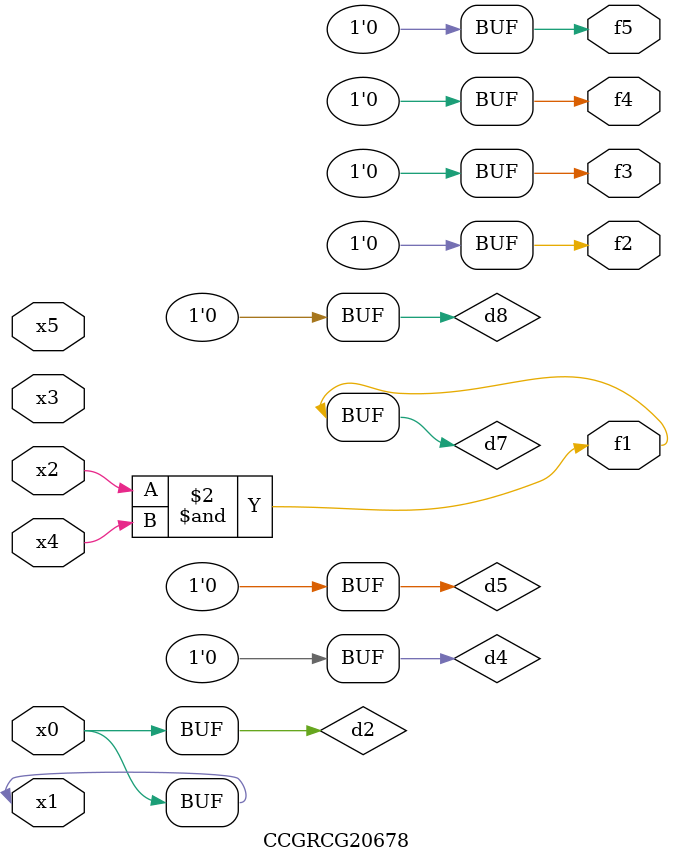
<source format=v>
module CCGRCG20678(
	input x0, x1, x2, x3, x4, x5,
	output f1, f2, f3, f4, f5
);

	wire d1, d2, d3, d4, d5, d6, d7, d8, d9;

	nand (d1, x1);
	buf (d2, x0, x1);
	nand (d3, x2, x4);
	and (d4, d1, d2);
	and (d5, d1, d2);
	nand (d6, d1, d3);
	not (d7, d3);
	xor (d8, d5);
	nor (d9, d5, d6);
	assign f1 = d7;
	assign f2 = d8;
	assign f3 = d8;
	assign f4 = d8;
	assign f5 = d8;
endmodule

</source>
